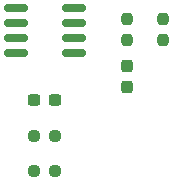
<source format=gtp>
%TF.GenerationSoftware,KiCad,Pcbnew,8.0.2*%
%TF.CreationDate,2024-06-08T15:24:55-07:00*%
%TF.ProjectId,heart,68656172-742e-46b6-9963-61645f706362,rev?*%
%TF.SameCoordinates,Original*%
%TF.FileFunction,Paste,Top*%
%TF.FilePolarity,Positive*%
%FSLAX46Y46*%
G04 Gerber Fmt 4.6, Leading zero omitted, Abs format (unit mm)*
G04 Created by KiCad (PCBNEW 8.0.2) date 2024-06-08 15:24:55*
%MOMM*%
%LPD*%
G01*
G04 APERTURE LIST*
G04 Aperture macros list*
%AMRoundRect*
0 Rectangle with rounded corners*
0 $1 Rounding radius*
0 $2 $3 $4 $5 $6 $7 $8 $9 X,Y pos of 4 corners*
0 Add a 4 corners polygon primitive as box body*
4,1,4,$2,$3,$4,$5,$6,$7,$8,$9,$2,$3,0*
0 Add four circle primitives for the rounded corners*
1,1,$1+$1,$2,$3*
1,1,$1+$1,$4,$5*
1,1,$1+$1,$6,$7*
1,1,$1+$1,$8,$9*
0 Add four rect primitives between the rounded corners*
20,1,$1+$1,$2,$3,$4,$5,0*
20,1,$1+$1,$4,$5,$6,$7,0*
20,1,$1+$1,$6,$7,$8,$9,0*
20,1,$1+$1,$8,$9,$2,$3,0*%
G04 Aperture macros list end*
%ADD10RoundRect,0.150000X-0.825000X-0.150000X0.825000X-0.150000X0.825000X0.150000X-0.825000X0.150000X0*%
%ADD11RoundRect,0.237500X0.250000X0.237500X-0.250000X0.237500X-0.250000X-0.237500X0.250000X-0.237500X0*%
%ADD12RoundRect,0.237500X-0.250000X-0.237500X0.250000X-0.237500X0.250000X0.237500X-0.250000X0.237500X0*%
%ADD13RoundRect,0.237500X-0.237500X0.250000X-0.237500X-0.250000X0.237500X-0.250000X0.237500X0.250000X0*%
%ADD14RoundRect,0.237500X0.237500X-0.250000X0.237500X0.250000X-0.237500X0.250000X-0.237500X-0.250000X0*%
%ADD15RoundRect,0.237500X-0.300000X-0.237500X0.300000X-0.237500X0.300000X0.237500X-0.300000X0.237500X0*%
%ADD16RoundRect,0.237500X0.237500X-0.300000X0.237500X0.300000X-0.237500X0.300000X-0.237500X-0.300000X0*%
G04 APERTURE END LIST*
D10*
%TO.C,U1*%
X157500000Y-110690000D03*
X157500000Y-111960000D03*
X157500000Y-113230000D03*
X157500000Y-114500000D03*
X152550000Y-114500000D03*
X152550000Y-113230000D03*
X152550000Y-111960000D03*
X152550000Y-110690000D03*
%TD*%
D11*
%TO.C,R4*%
X155912500Y-121500000D03*
X154087500Y-121500000D03*
%TD*%
D12*
%TO.C,R3*%
X154087500Y-124500000D03*
X155912500Y-124500000D03*
%TD*%
D13*
%TO.C,R2*%
X162000000Y-111587500D03*
X162000000Y-113412500D03*
%TD*%
D14*
%TO.C,R1*%
X165000000Y-113412500D03*
X165000000Y-111587500D03*
%TD*%
D15*
%TO.C,C2*%
X155862500Y-118500000D03*
X154137500Y-118500000D03*
%TD*%
D16*
%TO.C,C1*%
X162000000Y-117362500D03*
X162000000Y-115637500D03*
%TD*%
M02*

</source>
